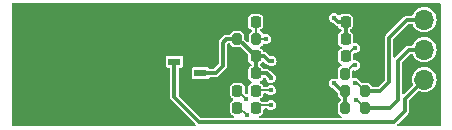
<source format=gbl>
G04 EasyEDA Pro v1.9.28, 2023-01-14 19:19:00*
G04 Gerber Generator version 0.3*%TF.GenerationSoftware,KiCad,Pcbnew,7.0.5*%
%TF.CreationDate,2023-11-23T16:42:44+08:00*%
%TF.ProjectId,0.87OLED_DevBoard,302e3837-4f4c-4454-945f-446576426f61,rev?*%
%TF.SameCoordinates,Original*%
%TF.FileFunction,Copper,L2,Bot*%
%TF.FilePolarity,Positive*%
%FSLAX46Y46*%
G04 Gerber Fmt 4.6, Leading zero omitted, Abs format (unit mm)*
G04 Created by KiCad (PCBNEW 7.0.5) date 2023-11-23 16:42:44*
%MOMM*%
%LPD*%
G01*
G04 APERTURE LIST*
G04 Aperture macros list*
%AMRoundRect*
0 Rectangle with rounded corners*
0 $1 Rounding radius*
0 $2 $3 $4 $5 $6 $7 $8 $9 X,Y pos of 4 corners*
0 Add a 4 corners polygon primitive as box body*
4,1,4,$2,$3,$4,$5,$6,$7,$8,$9,$2,$3,0*
0 Add four circle primitives for the rounded corners*
1,1,$1+$1,$2,$3*
1,1,$1+$1,$4,$5*
1,1,$1+$1,$6,$7*
1,1,$1+$1,$8,$9*
0 Add four rect primitives between the rounded corners*
20,1,$1+$1,$2,$3,$4,$5,0*
20,1,$1+$1,$4,$5,$6,$7,0*
20,1,$1+$1,$6,$7,$8,$9,0*
20,1,$1+$1,$8,$9,$2,$3,0*%
G04 Aperture macros list end*
%TA.AperFunction,SMDPad,CuDef*%
%ADD10RoundRect,0.200000X-0.200000X-0.275000X0.200000X-0.275000X0.200000X0.275000X-0.200000X0.275000X0*%
%TD*%
%TA.AperFunction,SMDPad,CuDef*%
%ADD11RoundRect,0.200000X0.200000X0.275000X-0.200000X0.275000X-0.200000X-0.275000X0.200000X-0.275000X0*%
%TD*%
%TA.AperFunction,ComponentPad*%
%ADD12R,1.700000X1.700000*%
%TD*%
%TA.AperFunction,ComponentPad*%
%ADD13O,1.700000X1.700000*%
%TD*%
%TA.AperFunction,SMDPad,CuDef*%
%ADD14R,1.100000X0.600000*%
%TD*%
%TA.AperFunction,SMDPad,CuDef*%
%ADD15RoundRect,0.225000X0.225000X0.250000X-0.225000X0.250000X-0.225000X-0.250000X0.225000X-0.250000X0*%
%TD*%
%TA.AperFunction,SMDPad,CuDef*%
%ADD16RoundRect,0.225000X-0.225000X-0.250000X0.225000X-0.250000X0.225000X0.250000X-0.225000X0.250000X0*%
%TD*%
%TA.AperFunction,ViaPad*%
%ADD17C,0.450000*%
%TD*%
%TA.AperFunction,Conductor*%
%ADD18C,0.300000*%
%TD*%
%TA.AperFunction,Conductor*%
%ADD19C,0.150000*%
%TD*%
G04 APERTURE END LIST*
D10*
%TO.P,R4,1*%
%TO.N,/VCC_OLED*%
X93370000Y-61480000D03*
%TO.P,R4,2*%
%TO.N,/OLED_SDA*%
X95020000Y-61480000D03*
%TD*%
%TO.P,R3,1*%
%TO.N,/VCC_OLED*%
X93370000Y-62940000D03*
%TO.P,R3,2*%
%TO.N,/OLED_SCL*%
X95020000Y-62940000D03*
%TD*%
D11*
%TO.P,R2,1*%
%TO.N,GND*%
X95020000Y-60020000D03*
%TO.P,R2,2*%
%TO.N,Net-(U1-IREF)*%
X93370000Y-60020000D03*
%TD*%
D10*
%TO.P,R1,1*%
%TO.N,/VCC_OLED*%
X84205000Y-57090000D03*
%TO.P,R1,2*%
%TO.N,Net-(U1-RES#)*%
X85855000Y-57090000D03*
%TD*%
D12*
%TO.P,J1,1,Pin_1*%
%TO.N,GND*%
X100070000Y-63078000D03*
D13*
%TO.P,J1,2,Pin_2*%
%TO.N,/VCC_IN*%
X100070000Y-60538000D03*
%TO.P,J1,3,Pin_3*%
%TO.N,/OLED_SCL*%
X100070000Y-57998000D03*
%TO.P,J1,4,Pin_4*%
%TO.N,/OLED_SDA*%
X100070000Y-55458000D03*
%TD*%
D14*
%TO.P,IC1,1,VSS*%
%TO.N,GND*%
X81120000Y-58060000D03*
%TO.P,IC1,2,VOUT*%
%TO.N,/VCC_OLED*%
X81120000Y-59960000D03*
%TO.P,IC1,3,VIN*%
%TO.N,/VCC_IN*%
X78920000Y-59010000D03*
%TD*%
D15*
%TO.P,C8,1*%
%TO.N,GND*%
X94970000Y-57100000D03*
%TO.P,C8,2*%
%TO.N,Net-(U1-VCC)*%
X93420000Y-57100000D03*
%TD*%
%TO.P,C7,1*%
%TO.N,GND*%
X94970000Y-55640000D03*
%TO.P,C7,2*%
%TO.N,Net-(U1-VCC)*%
X93420000Y-55640000D03*
%TD*%
%TO.P,C6,1*%
%TO.N,GND*%
X94970000Y-58560000D03*
%TO.P,C6,2*%
%TO.N,Net-(U1-VCOMH)*%
X93420000Y-58560000D03*
%TD*%
D16*
%TO.P,C5,1*%
%TO.N,GND*%
X84255000Y-55630000D03*
%TO.P,C5,2*%
%TO.N,Net-(U1-RES#)*%
X85805000Y-55630000D03*
%TD*%
%TO.P,C4,1*%
%TO.N,GND*%
X84255000Y-60010000D03*
%TO.P,C4,2*%
%TO.N,/VCC_OLED*%
X85805000Y-60010000D03*
%TD*%
%TO.P,C3,1*%
%TO.N,GND*%
X84255000Y-58550000D03*
%TO.P,C3,2*%
%TO.N,/VCC_OLED*%
X85805000Y-58550000D03*
%TD*%
D15*
%TO.P,C2,1*%
%TO.N,Net-(U1-c1n)*%
X85805000Y-61470000D03*
%TO.P,C2,2*%
%TO.N,Net-(U1-c1p)*%
X84255000Y-61470000D03*
%TD*%
%TO.P,C1,1*%
%TO.N,Net-(U1-c2n)*%
X85805000Y-62930000D03*
%TO.P,C1,2*%
%TO.N,Net-(U1-c2p)*%
X84255000Y-62930000D03*
%TD*%
D17*
%TO.N,/VCC_OLED*%
X92450000Y-60860000D03*
%TO.N,/OLED_SCL*%
X94270000Y-62270000D03*
%TO.N,/OLED_SDA*%
X94200000Y-60800000D03*
%TO.N,Net-(U1-IREF)*%
X94210000Y-59330000D03*
%TO.N,Net-(U1-VCOMH)*%
X94200000Y-57870000D03*
%TO.N,Net-(U1-VCC)*%
X92460000Y-55310000D03*
%TO.N,/VCC_OLED*%
X87150000Y-58970000D03*
X87090000Y-60370000D03*
%TO.N,Net-(U1-c2p)*%
X85030000Y-63550000D03*
%TO.N,Net-(U1-c2n)*%
X87090000Y-62700000D03*
%TO.N,Net-(U1-c1p)*%
X85010000Y-62180000D03*
%TO.N,Net-(U1-c1n)*%
X87070000Y-61430000D03*
%TO.N,Net-(U1-RES#)*%
X86650000Y-57090000D03*
%TD*%
D18*
%TO.N,/VCC_OLED*%
X83010000Y-57400000D02*
X83320000Y-57090000D01*
X83010000Y-59360000D02*
X83010000Y-57400000D01*
X82410000Y-59960000D02*
X83010000Y-59360000D01*
X83320000Y-57090000D02*
X84205000Y-57090000D01*
X81120000Y-59960000D02*
X82410000Y-59960000D01*
%TO.N,/VCC_IN*%
X78920000Y-62010000D02*
X78920000Y-59010000D01*
X81035000Y-64125000D02*
X78920000Y-62010000D01*
X96595000Y-64125000D02*
X81035000Y-64125000D01*
X96640000Y-64080000D02*
X96595000Y-64125000D01*
X97530000Y-64080000D02*
X96640000Y-64080000D01*
X98440000Y-63170000D02*
X97530000Y-64080000D01*
X98440000Y-62168000D02*
X98440000Y-63170000D01*
X100070000Y-60538000D02*
X98440000Y-62168000D01*
%TO.N,/OLED_SDA*%
X98622000Y-55458000D02*
X100070000Y-55458000D01*
X97090000Y-56990000D02*
X98622000Y-55458000D01*
X97090000Y-60740000D02*
X97090000Y-56990000D01*
X95020000Y-61480000D02*
X96350000Y-61480000D01*
X96350000Y-61480000D02*
X97090000Y-60740000D01*
%TO.N,/OLED_SCL*%
X98762000Y-57998000D02*
X100070000Y-57998000D01*
X97830000Y-58930000D02*
X98762000Y-57998000D01*
X97830000Y-62300000D02*
X97830000Y-58930000D01*
X97190000Y-62940000D02*
X97830000Y-62300000D01*
X95020000Y-62940000D02*
X97190000Y-62940000D01*
%TO.N,/VCC_OLED*%
X93070000Y-61480000D02*
X92450000Y-60860000D01*
X93370000Y-61480000D02*
X93070000Y-61480000D01*
X93370000Y-61480000D02*
X93370000Y-62940000D01*
D19*
%TO.N,/OLED_SCL*%
X94350000Y-62270000D02*
X95020000Y-62940000D01*
X94270000Y-62270000D02*
X94350000Y-62270000D01*
%TO.N,/OLED_SDA*%
X94200000Y-60800000D02*
X94340000Y-60800000D01*
X94340000Y-60800000D02*
X95020000Y-61480000D01*
%TO.N,Net-(U1-IREF)*%
X94210000Y-59330000D02*
X94060000Y-59330000D01*
X94060000Y-59330000D02*
X93370000Y-60020000D01*
%TO.N,Net-(U1-VCOMH)*%
X94110000Y-57870000D02*
X93420000Y-58560000D01*
X94200000Y-57870000D02*
X94110000Y-57870000D01*
D18*
%TO.N,Net-(U1-VCC)*%
X92790000Y-55640000D02*
X92460000Y-55310000D01*
X93420000Y-55640000D02*
X92790000Y-55640000D01*
X93420000Y-55640000D02*
X93420000Y-57100000D01*
%TO.N,/VCC_OLED*%
X87090000Y-60370000D02*
X86730000Y-60010000D01*
X86730000Y-60010000D02*
X85805000Y-60010000D01*
X86930000Y-58970000D02*
X86510000Y-58550000D01*
X86510000Y-58550000D02*
X85805000Y-58550000D01*
X87150000Y-58970000D02*
X86930000Y-58970000D01*
X84345000Y-57090000D02*
X85805000Y-58550000D01*
X84205000Y-57090000D02*
X84345000Y-57090000D01*
X85805000Y-58550000D02*
X85805000Y-60010000D01*
D19*
%TO.N,Net-(U1-RES#)*%
X85805000Y-57040000D02*
X85855000Y-57090000D01*
X85805000Y-55630000D02*
X85805000Y-57040000D01*
%TO.N,Net-(U1-c2p)*%
X84410000Y-62930000D02*
X85030000Y-63550000D01*
X84255000Y-62930000D02*
X84410000Y-62930000D01*
%TO.N,Net-(U1-c2n)*%
X87090000Y-62700000D02*
X86035000Y-62700000D01*
X86035000Y-62700000D02*
X85805000Y-62930000D01*
%TO.N,Net-(U1-c1p)*%
X84300000Y-61470000D02*
X85010000Y-62180000D01*
X84255000Y-61470000D02*
X84300000Y-61470000D01*
%TO.N,Net-(U1-c1n)*%
X85845000Y-61430000D02*
X85805000Y-61470000D01*
X87070000Y-61430000D02*
X85845000Y-61430000D01*
%TO.N,Net-(U1-RES#)*%
X86650000Y-57090000D02*
X85855000Y-57090000D01*
%TD*%
%TA.AperFunction,Conductor*%
%TO.N,GND*%
G36*
X101428691Y-54099407D02*
G01*
X101464655Y-54148907D01*
X101469500Y-54179500D01*
X101469500Y-64360500D01*
X101450593Y-64418691D01*
X101401093Y-64454655D01*
X101370500Y-64459500D01*
X97885189Y-64459500D01*
X97826998Y-64440593D01*
X97791034Y-64391093D01*
X97791034Y-64329907D01*
X97815185Y-64290496D01*
X98654884Y-63450796D01*
X98670734Y-63437926D01*
X98680669Y-63431437D01*
X98701338Y-63404879D01*
X98705388Y-63400292D01*
X98708375Y-63397307D01*
X98720487Y-63380340D01*
X98721630Y-63378807D01*
X98752517Y-63339126D01*
X98752517Y-63339123D01*
X98756008Y-63332673D01*
X98759237Y-63326069D01*
X98759237Y-63326068D01*
X98759239Y-63326066D01*
X98772782Y-63280573D01*
X98773566Y-63277941D01*
X98774191Y-63275991D01*
X98777399Y-63266644D01*
X98790500Y-63228488D01*
X98790500Y-63228485D01*
X98791706Y-63221259D01*
X98792615Y-63213959D01*
X98792617Y-63213954D01*
X98790541Y-63163767D01*
X98790500Y-63161756D01*
X98790500Y-62354189D01*
X98809407Y-62295998D01*
X98819496Y-62284185D01*
X99182209Y-61921472D01*
X99566087Y-61537593D01*
X99620602Y-61509818D01*
X99664827Y-61512862D01*
X99666045Y-61513231D01*
X99666046Y-61513232D01*
X99746361Y-61537595D01*
X99864065Y-61573300D01*
X99864070Y-61573301D01*
X100069997Y-61593583D01*
X100070000Y-61593583D01*
X100070003Y-61593583D01*
X100275929Y-61573301D01*
X100275934Y-61573300D01*
X100275933Y-61573299D01*
X100473954Y-61513232D01*
X100656450Y-61415685D01*
X100816410Y-61284410D01*
X100947685Y-61124450D01*
X101045232Y-60941954D01*
X101105300Y-60743934D01*
X101105301Y-60743929D01*
X101125583Y-60538003D01*
X101125583Y-60537996D01*
X101105301Y-60332070D01*
X101105300Y-60332065D01*
X101080163Y-60249199D01*
X101045232Y-60134046D01*
X100947685Y-59951550D01*
X100816410Y-59791590D01*
X100811866Y-59787861D01*
X100656452Y-59660316D01*
X100473954Y-59562768D01*
X100275934Y-59502699D01*
X100275929Y-59502698D01*
X100070003Y-59482417D01*
X100069997Y-59482417D01*
X99864070Y-59502698D01*
X99864065Y-59502699D01*
X99666045Y-59562768D01*
X99483547Y-59660316D01*
X99323595Y-59791585D01*
X99323585Y-59791595D01*
X99192316Y-59951547D01*
X99094768Y-60134045D01*
X99034699Y-60332065D01*
X99034698Y-60332070D01*
X99014417Y-60537996D01*
X99014417Y-60538003D01*
X99034698Y-60743929D01*
X99034699Y-60743934D01*
X99095137Y-60943170D01*
X99093936Y-61004344D01*
X99070404Y-61041912D01*
X98349504Y-61762813D01*
X98294987Y-61790590D01*
X98234555Y-61781019D01*
X98191290Y-61737754D01*
X98180500Y-61692809D01*
X98180500Y-59116189D01*
X98199407Y-59057998D01*
X98209490Y-59046191D01*
X98878186Y-58377495D01*
X98932703Y-58349719D01*
X98948190Y-58348500D01*
X99006858Y-58348500D01*
X99065049Y-58367407D01*
X99094168Y-58400831D01*
X99192316Y-58584452D01*
X99289354Y-58702693D01*
X99323590Y-58744410D01*
X99323595Y-58744414D01*
X99483547Y-58875683D01*
X99483548Y-58875683D01*
X99483550Y-58875685D01*
X99666046Y-58973232D01*
X99803997Y-59015078D01*
X99864065Y-59033300D01*
X99864070Y-59033301D01*
X100069997Y-59053583D01*
X100070000Y-59053583D01*
X100070003Y-59053583D01*
X100275929Y-59033301D01*
X100275934Y-59033300D01*
X100275933Y-59033299D01*
X100473954Y-58973232D01*
X100656450Y-58875685D01*
X100816410Y-58744410D01*
X100947685Y-58584450D01*
X101045232Y-58401954D01*
X101105300Y-58203934D01*
X101105301Y-58203929D01*
X101125583Y-57998003D01*
X101125583Y-57997996D01*
X101105301Y-57792070D01*
X101105300Y-57792065D01*
X101080042Y-57708802D01*
X101045232Y-57594046D01*
X100947685Y-57411550D01*
X100924655Y-57383488D01*
X100816414Y-57251595D01*
X100816410Y-57251590D01*
X100799050Y-57237343D01*
X100656452Y-57120316D01*
X100473954Y-57022768D01*
X100275934Y-56962699D01*
X100275929Y-56962698D01*
X100070003Y-56942417D01*
X100069997Y-56942417D01*
X99864070Y-56962698D01*
X99864065Y-56962699D01*
X99666045Y-57022768D01*
X99483547Y-57120316D01*
X99323595Y-57251585D01*
X99323585Y-57251595D01*
X99192316Y-57411547D01*
X99094168Y-57595169D01*
X99050062Y-57637575D01*
X99006858Y-57647500D01*
X98808619Y-57647500D01*
X98788304Y-57645393D01*
X98776686Y-57642957D01*
X98776685Y-57642957D01*
X98743287Y-57647120D01*
X98737163Y-57647500D01*
X98732960Y-57647500D01*
X98712464Y-57650919D01*
X98710444Y-57651213D01*
X98660606Y-57657426D01*
X98653581Y-57659517D01*
X98646616Y-57661908D01*
X98602462Y-57685804D01*
X98600643Y-57686740D01*
X98555519Y-57708799D01*
X98549542Y-57713066D01*
X98543744Y-57717580D01*
X98509739Y-57754517D01*
X98508323Y-57755992D01*
X97615118Y-58649198D01*
X97599267Y-58662070D01*
X97593652Y-58665739D01*
X97534597Y-58681742D01*
X97477414Y-58659976D01*
X97443945Y-58608756D01*
X97440499Y-58582863D01*
X97440499Y-57176190D01*
X97459406Y-57117999D01*
X97469495Y-57106186D01*
X98738186Y-55837496D01*
X98792703Y-55809719D01*
X98808190Y-55808500D01*
X99006858Y-55808500D01*
X99065049Y-55827407D01*
X99094168Y-55860831D01*
X99094767Y-55861952D01*
X99094768Y-55861954D01*
X99154757Y-55974185D01*
X99192316Y-56044452D01*
X99273371Y-56143218D01*
X99323590Y-56204410D01*
X99323595Y-56204414D01*
X99483547Y-56335683D01*
X99483548Y-56335683D01*
X99483550Y-56335685D01*
X99666046Y-56433232D01*
X99783448Y-56468845D01*
X99864065Y-56493300D01*
X99864070Y-56493301D01*
X100069997Y-56513583D01*
X100070000Y-56513583D01*
X100070003Y-56513583D01*
X100275929Y-56493301D01*
X100275934Y-56493300D01*
X100296867Y-56486950D01*
X100473954Y-56433232D01*
X100656450Y-56335685D01*
X100816410Y-56204410D01*
X100947685Y-56044450D01*
X101045232Y-55861954D01*
X101105300Y-55663934D01*
X101105301Y-55663929D01*
X101125583Y-55458003D01*
X101125583Y-55457996D01*
X101105301Y-55252070D01*
X101105300Y-55252065D01*
X101080042Y-55168802D01*
X101045232Y-55054046D01*
X100947685Y-54871550D01*
X100816410Y-54711590D01*
X100816404Y-54711585D01*
X100656452Y-54580316D01*
X100473954Y-54482768D01*
X100275934Y-54422699D01*
X100275929Y-54422698D01*
X100070003Y-54402417D01*
X100069997Y-54402417D01*
X99864070Y-54422698D01*
X99864065Y-54422699D01*
X99666045Y-54482768D01*
X99483547Y-54580316D01*
X99323595Y-54711585D01*
X99323585Y-54711595D01*
X99192316Y-54871547D01*
X99134195Y-54980283D01*
X99099204Y-55045748D01*
X99094168Y-55055169D01*
X99050062Y-55097575D01*
X99006858Y-55107500D01*
X98668613Y-55107500D01*
X98648298Y-55105393D01*
X98636685Y-55102958D01*
X98603294Y-55107120D01*
X98597169Y-55107500D01*
X98592959Y-55107500D01*
X98572473Y-55110918D01*
X98570450Y-55111213D01*
X98520608Y-55117426D01*
X98513575Y-55119519D01*
X98506616Y-55121908D01*
X98462462Y-55145804D01*
X98460643Y-55146740D01*
X98415519Y-55168799D01*
X98409542Y-55173066D01*
X98403744Y-55177580D01*
X98369739Y-55214517D01*
X98368323Y-55215992D01*
X96875118Y-56709198D01*
X96859265Y-56722071D01*
X96849335Y-56728559D01*
X96849332Y-56728561D01*
X96828664Y-56755114D01*
X96824605Y-56759712D01*
X96821619Y-56762698D01*
X96809539Y-56779618D01*
X96808318Y-56781256D01*
X96777482Y-56820874D01*
X96773981Y-56827343D01*
X96770759Y-56833935D01*
X96756426Y-56882076D01*
X96755802Y-56884023D01*
X96739500Y-56931510D01*
X96738293Y-56938743D01*
X96737383Y-56946046D01*
X96739458Y-56996233D01*
X96739500Y-56998243D01*
X96739500Y-60553809D01*
X96720593Y-60612000D01*
X96710504Y-60623812D01*
X96233814Y-61100503D01*
X96179297Y-61128281D01*
X96163810Y-61129500D01*
X95691690Y-61129500D01*
X95633499Y-61110593D01*
X95603481Y-61075446D01*
X95564629Y-60999196D01*
X95548050Y-60966658D01*
X95458342Y-60876950D01*
X95345304Y-60819354D01*
X95345305Y-60819354D01*
X95251522Y-60804500D01*
X94788480Y-60804500D01*
X94784603Y-60804806D01*
X94784458Y-60802973D01*
X94730841Y-60794420D01*
X94705881Y-60776265D01*
X94632891Y-60703275D01*
X94614463Y-60673201D01*
X94613256Y-60673817D01*
X94609719Y-60666875D01*
X94609719Y-60666874D01*
X94548528Y-60546780D01*
X94453220Y-60451472D01*
X94453217Y-60451470D01*
X94333129Y-60390282D01*
X94333127Y-60390281D01*
X94200000Y-60369196D01*
X94199999Y-60369196D01*
X94084986Y-60387412D01*
X94024554Y-60377841D01*
X93981289Y-60334576D01*
X93970499Y-60289634D01*
X93970499Y-59850122D01*
X93989406Y-59791932D01*
X93999489Y-59780125D01*
X94009285Y-59770329D01*
X94063800Y-59742554D01*
X94094774Y-59742554D01*
X94210000Y-59760804D01*
X94343126Y-59739719D01*
X94463220Y-59678528D01*
X94558528Y-59583220D01*
X94619719Y-59463126D01*
X94640804Y-59330000D01*
X94619719Y-59196874D01*
X94614209Y-59186061D01*
X94558529Y-59076782D01*
X94558528Y-59076780D01*
X94463220Y-58981472D01*
X94463217Y-58981470D01*
X94343129Y-58920282D01*
X94343127Y-58920281D01*
X94210000Y-58899196D01*
X94209997Y-58899196D01*
X94184985Y-58903157D01*
X94124553Y-58893585D01*
X94081290Y-58850319D01*
X94070500Y-58805376D01*
X94070500Y-58396207D01*
X94089407Y-58338016D01*
X94138907Y-58302052D01*
X94184987Y-58298426D01*
X94200000Y-58300804D01*
X94333126Y-58279719D01*
X94453220Y-58218528D01*
X94548528Y-58123220D01*
X94609719Y-58003126D01*
X94630804Y-57870000D01*
X94609719Y-57736874D01*
X94548528Y-57616780D01*
X94453220Y-57521472D01*
X94453217Y-57521470D01*
X94333129Y-57460282D01*
X94333127Y-57460281D01*
X94200000Y-57439196D01*
X94184984Y-57441574D01*
X94124552Y-57432000D01*
X94081289Y-57388734D01*
X94070500Y-57343792D01*
X94070500Y-56816510D01*
X94066703Y-56792541D01*
X94054719Y-56716874D01*
X94054716Y-56716869D01*
X94054716Y-56716867D01*
X93993529Y-56596782D01*
X93993528Y-56596780D01*
X93898220Y-56501472D01*
X93834186Y-56468845D01*
X93824554Y-56463937D01*
X93781290Y-56420672D01*
X93770500Y-56375728D01*
X93770500Y-56364271D01*
X93789407Y-56306080D01*
X93824551Y-56276064D01*
X93898220Y-56238528D01*
X93993528Y-56143220D01*
X94054719Y-56023126D01*
X94070500Y-55923488D01*
X94070500Y-55356512D01*
X94054719Y-55256874D01*
X94054716Y-55256869D01*
X94054716Y-55256867D01*
X93993529Y-55136782D01*
X93993528Y-55136780D01*
X93898220Y-55041472D01*
X93898217Y-55041470D01*
X93778132Y-54980283D01*
X93778127Y-54980281D01*
X93778126Y-54980281D01*
X93744913Y-54975020D01*
X93678490Y-54964500D01*
X93678488Y-54964500D01*
X93161512Y-54964500D01*
X93161510Y-54964500D01*
X93061874Y-54980281D01*
X93061867Y-54980283D01*
X92941782Y-55041470D01*
X92941774Y-55041476D01*
X92937495Y-55045755D01*
X92882976Y-55073527D01*
X92822545Y-55063949D01*
X92797498Y-55045750D01*
X92713220Y-54961472D01*
X92713217Y-54961470D01*
X92593129Y-54900282D01*
X92593127Y-54900281D01*
X92460000Y-54879196D01*
X92326872Y-54900281D01*
X92326870Y-54900282D01*
X92206782Y-54961470D01*
X92111470Y-55056782D01*
X92050282Y-55176870D01*
X92050281Y-55176872D01*
X92029196Y-55309999D01*
X92029196Y-55310000D01*
X92050281Y-55443127D01*
X92050282Y-55443129D01*
X92057861Y-55458003D01*
X92111472Y-55563220D01*
X92206780Y-55658528D01*
X92206782Y-55658529D01*
X92326867Y-55719716D01*
X92326870Y-55719717D01*
X92326874Y-55719719D01*
X92351140Y-55723562D01*
X92405654Y-55751336D01*
X92509199Y-55854881D01*
X92522074Y-55870737D01*
X92528563Y-55880669D01*
X92555110Y-55901332D01*
X92559708Y-55905392D01*
X92562688Y-55908371D01*
X92562691Y-55908373D01*
X92562693Y-55908375D01*
X92579619Y-55920460D01*
X92581241Y-55921669D01*
X92589949Y-55928447D01*
X92620873Y-55952517D01*
X92627323Y-55956007D01*
X92633930Y-55959237D01*
X92633933Y-55959239D01*
X92633935Y-55959239D01*
X92633936Y-55959240D01*
X92682039Y-55973561D01*
X92683987Y-55974185D01*
X92738649Y-55992950D01*
X92787548Y-56029727D01*
X92794714Y-56041640D01*
X92846472Y-56143220D01*
X92941780Y-56238528D01*
X93015447Y-56276063D01*
X93058710Y-56319326D01*
X93069500Y-56364271D01*
X93069500Y-56375728D01*
X93050593Y-56433919D01*
X93015446Y-56463937D01*
X92941781Y-56501471D01*
X92846470Y-56596782D01*
X92785283Y-56716867D01*
X92785281Y-56716874D01*
X92769500Y-56816510D01*
X92769500Y-57383489D01*
X92777183Y-57432000D01*
X92782105Y-57463076D01*
X92785281Y-57483125D01*
X92785283Y-57483132D01*
X92846470Y-57603217D01*
X92846472Y-57603220D01*
X92941780Y-57698528D01*
X92972244Y-57714050D01*
X93026688Y-57741791D01*
X93069952Y-57785055D01*
X93079523Y-57845488D01*
X93051745Y-57900004D01*
X93026688Y-57918209D01*
X92941781Y-57961471D01*
X92846470Y-58056782D01*
X92785283Y-58176867D01*
X92785281Y-58176874D01*
X92769500Y-58276510D01*
X92769500Y-58843489D01*
X92785281Y-58943125D01*
X92785283Y-58943132D01*
X92843811Y-59057998D01*
X92846472Y-59063220D01*
X92941780Y-59158528D01*
X92971773Y-59173810D01*
X93017189Y-59196951D01*
X93060453Y-59240215D01*
X93070024Y-59300648D01*
X93042246Y-59355164D01*
X93017189Y-59373369D01*
X92931659Y-59416949D01*
X92841949Y-59506659D01*
X92784354Y-59619695D01*
X92769500Y-59713477D01*
X92769500Y-60326517D01*
X92776789Y-60372541D01*
X92767215Y-60432973D01*
X92723949Y-60476236D01*
X92663517Y-60485806D01*
X92634062Y-60476234D01*
X92583126Y-60450281D01*
X92583127Y-60450281D01*
X92450000Y-60429196D01*
X92316872Y-60450281D01*
X92316870Y-60450282D01*
X92196782Y-60511470D01*
X92101470Y-60606782D01*
X92040282Y-60726870D01*
X92040281Y-60726872D01*
X92019196Y-60859999D01*
X92019196Y-60860000D01*
X92040281Y-60993127D01*
X92040282Y-60993129D01*
X92091240Y-61093139D01*
X92101472Y-61113220D01*
X92196780Y-61208528D01*
X92196782Y-61208529D01*
X92316867Y-61269716D01*
X92316870Y-61269717D01*
X92316874Y-61269719D01*
X92341140Y-61273562D01*
X92395654Y-61301336D01*
X92740504Y-61646186D01*
X92768281Y-61700703D01*
X92769500Y-61716189D01*
X92769500Y-61786520D01*
X92769501Y-61786523D01*
X92784352Y-61880299D01*
X92784354Y-61880304D01*
X92841950Y-61993342D01*
X92931658Y-62083050D01*
X92965445Y-62100265D01*
X93008708Y-62143526D01*
X93019500Y-62188474D01*
X93019500Y-62231525D01*
X93000593Y-62289716D01*
X92965446Y-62319734D01*
X92931659Y-62336949D01*
X92841949Y-62426659D01*
X92784354Y-62539695D01*
X92769500Y-62633477D01*
X92769500Y-63246520D01*
X92769501Y-63246523D01*
X92784352Y-63340299D01*
X92784354Y-63340304D01*
X92841950Y-63453342D01*
X92931658Y-63543050D01*
X92991290Y-63573434D01*
X93018485Y-63587291D01*
X93061749Y-63630556D01*
X93071320Y-63690988D01*
X93043542Y-63745504D01*
X92989025Y-63773281D01*
X92973539Y-63774500D01*
X86212838Y-63774500D01*
X86154647Y-63755593D01*
X86118683Y-63706093D01*
X86118683Y-63644907D01*
X86154647Y-63595407D01*
X86167892Y-63587291D01*
X86200417Y-63570717D01*
X86283220Y-63528528D01*
X86378528Y-63433220D01*
X86439719Y-63313126D01*
X86455500Y-63213488D01*
X86455500Y-63074499D01*
X86474407Y-63016309D01*
X86523907Y-62980345D01*
X86554500Y-62975500D01*
X86722744Y-62975500D01*
X86780935Y-62994407D01*
X86792747Y-63004496D01*
X86824136Y-63035884D01*
X86836780Y-63048528D01*
X86956874Y-63109719D01*
X87090000Y-63130804D01*
X87223126Y-63109719D01*
X87343220Y-63048528D01*
X87438528Y-62953220D01*
X87499719Y-62833126D01*
X87520804Y-62700000D01*
X87499719Y-62566874D01*
X87489528Y-62546874D01*
X87438529Y-62446782D01*
X87438528Y-62446780D01*
X87343220Y-62351472D01*
X87343217Y-62351470D01*
X87223129Y-62290282D01*
X87223127Y-62290281D01*
X87090000Y-62269196D01*
X86956872Y-62290281D01*
X86956870Y-62290282D01*
X86836782Y-62351470D01*
X86836778Y-62351473D01*
X86792747Y-62395504D01*
X86738230Y-62423281D01*
X86722744Y-62424500D01*
X86417256Y-62424500D01*
X86359065Y-62405593D01*
X86347253Y-62395504D01*
X86283221Y-62331473D01*
X86283222Y-62331473D01*
X86281300Y-62330493D01*
X86198310Y-62288208D01*
X86155047Y-62244945D01*
X86145476Y-62184513D01*
X86173253Y-62129996D01*
X86198308Y-62111792D01*
X86283220Y-62068528D01*
X86378528Y-61973220D01*
X86439719Y-61853126D01*
X86448294Y-61798984D01*
X86449874Y-61789012D01*
X86477652Y-61734496D01*
X86532169Y-61706719D01*
X86547655Y-61705500D01*
X86702744Y-61705500D01*
X86760935Y-61724407D01*
X86772747Y-61734496D01*
X86798670Y-61760418D01*
X86816780Y-61778528D01*
X86816782Y-61778529D01*
X86935847Y-61839196D01*
X86936874Y-61839719D01*
X87070000Y-61860804D01*
X87203126Y-61839719D01*
X87323220Y-61778528D01*
X87418528Y-61683220D01*
X87479719Y-61563126D01*
X87500804Y-61430000D01*
X87479719Y-61296874D01*
X87464500Y-61267006D01*
X87418529Y-61176782D01*
X87418528Y-61176780D01*
X87323220Y-61081472D01*
X87323217Y-61081470D01*
X87203129Y-61020282D01*
X87203127Y-61020281D01*
X87070000Y-60999196D01*
X86936872Y-61020281D01*
X86936870Y-61020282D01*
X86816782Y-61081470D01*
X86816778Y-61081473D01*
X86772747Y-61125504D01*
X86718230Y-61153281D01*
X86702744Y-61154500D01*
X86533620Y-61154500D01*
X86475429Y-61135593D01*
X86444584Y-61093139D01*
X86443257Y-61093816D01*
X86378529Y-60966782D01*
X86378528Y-60966780D01*
X86283220Y-60871472D01*
X86198310Y-60828208D01*
X86155047Y-60784945D01*
X86145476Y-60724513D01*
X86173253Y-60669996D01*
X86198308Y-60651792D01*
X86283220Y-60608528D01*
X86378528Y-60513220D01*
X86419416Y-60432973D01*
X86428801Y-60414555D01*
X86472065Y-60371290D01*
X86517010Y-60360500D01*
X86543811Y-60360500D01*
X86602002Y-60379407D01*
X86613809Y-60389491D01*
X86648660Y-60424341D01*
X86676437Y-60478856D01*
X86680281Y-60503127D01*
X86680282Y-60503129D01*
X86733986Y-60608528D01*
X86741472Y-60623220D01*
X86836780Y-60718528D01*
X86956874Y-60779719D01*
X87064945Y-60796835D01*
X87089999Y-60800804D01*
X87089999Y-60800803D01*
X87090000Y-60800804D01*
X87223126Y-60779719D01*
X87343220Y-60718528D01*
X87438528Y-60623220D01*
X87499719Y-60503126D01*
X87520804Y-60370000D01*
X87499719Y-60236874D01*
X87438528Y-60116780D01*
X87343220Y-60021472D01*
X87343217Y-60021470D01*
X87223129Y-59960282D01*
X87223128Y-59960281D01*
X87198857Y-59956437D01*
X87144342Y-59928660D01*
X87010801Y-59795119D01*
X86997925Y-59779262D01*
X86991437Y-59769331D01*
X86964885Y-59748665D01*
X86960283Y-59744601D01*
X86957307Y-59741625D01*
X86940396Y-59729551D01*
X86938756Y-59728328D01*
X86899125Y-59697482D01*
X86892677Y-59693993D01*
X86886070Y-59690763D01*
X86886066Y-59690760D01*
X86844985Y-59678529D01*
X86837929Y-59676428D01*
X86835982Y-59675804D01*
X86788487Y-59659499D01*
X86781260Y-59658293D01*
X86773954Y-59657383D01*
X86773953Y-59657383D01*
X86771245Y-59657495D01*
X86723767Y-59659458D01*
X86721756Y-59659500D01*
X86517010Y-59659500D01*
X86458819Y-59640593D01*
X86428801Y-59605445D01*
X86378529Y-59506782D01*
X86378528Y-59506780D01*
X86283220Y-59411472D01*
X86237599Y-59388227D01*
X86209554Y-59373937D01*
X86166290Y-59330672D01*
X86155500Y-59285728D01*
X86155500Y-59274271D01*
X86174407Y-59216080D01*
X86209551Y-59186064D01*
X86283220Y-59148528D01*
X86378030Y-59053717D01*
X86432545Y-59025941D01*
X86492977Y-59035512D01*
X86518036Y-59053718D01*
X86649199Y-59184881D01*
X86662074Y-59200737D01*
X86668563Y-59210669D01*
X86695110Y-59231332D01*
X86699708Y-59235392D01*
X86702689Y-59238372D01*
X86702692Y-59238374D01*
X86702694Y-59238376D01*
X86710887Y-59244226D01*
X86719600Y-59250447D01*
X86721240Y-59251670D01*
X86747705Y-59272267D01*
X86760874Y-59282517D01*
X86760875Y-59282517D01*
X86760876Y-59282518D01*
X86767337Y-59286014D01*
X86773934Y-59289240D01*
X86822085Y-59303575D01*
X86823996Y-59304188D01*
X86844389Y-59311188D01*
X86871512Y-59320500D01*
X86871514Y-59320500D01*
X86878740Y-59321706D01*
X86893654Y-59323566D01*
X86926350Y-59333595D01*
X86946613Y-59343919D01*
X87016874Y-59379719D01*
X87131797Y-59397920D01*
X87149999Y-59400804D01*
X87149999Y-59400803D01*
X87150000Y-59400804D01*
X87283126Y-59379719D01*
X87403220Y-59318528D01*
X87498528Y-59223220D01*
X87559719Y-59103126D01*
X87580804Y-58970000D01*
X87559719Y-58836874D01*
X87498528Y-58716780D01*
X87403220Y-58621472D01*
X87403217Y-58621470D01*
X87283129Y-58560282D01*
X87283127Y-58560281D01*
X87150000Y-58539196D01*
X87149999Y-58539196D01*
X87065910Y-58552514D01*
X87005477Y-58542942D01*
X86980419Y-58524737D01*
X86790801Y-58335119D01*
X86777925Y-58319262D01*
X86771437Y-58309331D01*
X86744885Y-58288665D01*
X86740283Y-58284601D01*
X86737307Y-58281625D01*
X86720396Y-58269551D01*
X86718756Y-58268328D01*
X86679125Y-58237482D01*
X86672677Y-58233993D01*
X86666070Y-58230763D01*
X86666066Y-58230760D01*
X86624985Y-58218529D01*
X86617929Y-58216428D01*
X86615982Y-58215804D01*
X86568487Y-58199499D01*
X86561260Y-58198293D01*
X86553951Y-58197382D01*
X86520764Y-58198755D01*
X86461841Y-58182268D01*
X86428465Y-58144786D01*
X86383623Y-58056780D01*
X86378528Y-58046780D01*
X86283220Y-57951472D01*
X86281083Y-57950383D01*
X86207810Y-57913048D01*
X86164546Y-57869783D01*
X86154975Y-57809351D01*
X86182753Y-57754835D01*
X86207804Y-57736633D01*
X86293342Y-57693050D01*
X86383050Y-57603342D01*
X86409245Y-57551930D01*
X86452509Y-57508667D01*
X86512941Y-57499096D01*
X86516873Y-57499718D01*
X86516874Y-57499719D01*
X86650000Y-57520804D01*
X86783126Y-57499719D01*
X86903220Y-57438528D01*
X86998528Y-57343220D01*
X87059719Y-57223126D01*
X87080804Y-57090000D01*
X87059719Y-56956874D01*
X86998528Y-56836780D01*
X86903220Y-56741472D01*
X86903217Y-56741470D01*
X86783129Y-56680282D01*
X86783127Y-56680281D01*
X86650000Y-56659196D01*
X86512941Y-56680904D01*
X86452509Y-56671333D01*
X86409245Y-56628069D01*
X86383050Y-56576658D01*
X86293342Y-56486950D01*
X86207810Y-56443369D01*
X86164546Y-56400105D01*
X86154975Y-56339672D01*
X86182753Y-56285156D01*
X86207807Y-56266952D01*
X86283220Y-56228528D01*
X86378528Y-56133220D01*
X86439719Y-56013126D01*
X86455500Y-55913488D01*
X86455500Y-55346512D01*
X86439719Y-55246874D01*
X86439716Y-55246869D01*
X86439716Y-55246867D01*
X86378529Y-55126782D01*
X86378528Y-55126780D01*
X86283220Y-55031472D01*
X86283217Y-55031470D01*
X86163132Y-54970283D01*
X86163127Y-54970281D01*
X86163126Y-54970281D01*
X86107508Y-54961472D01*
X86063490Y-54954500D01*
X86063488Y-54954500D01*
X85546512Y-54954500D01*
X85546510Y-54954500D01*
X85446874Y-54970281D01*
X85446867Y-54970283D01*
X85326782Y-55031470D01*
X85231470Y-55126782D01*
X85170283Y-55246867D01*
X85170281Y-55246874D01*
X85154500Y-55346512D01*
X85154500Y-55913488D01*
X85167085Y-55992950D01*
X85170281Y-56013125D01*
X85170283Y-56013132D01*
X85186242Y-56044452D01*
X85231472Y-56133220D01*
X85326780Y-56228528D01*
X85446874Y-56289719D01*
X85446875Y-56289719D01*
X85452188Y-56292426D01*
X85495453Y-56335691D01*
X85505024Y-56396123D01*
X85477246Y-56450640D01*
X85452190Y-56468845D01*
X85416659Y-56486949D01*
X85326949Y-56576659D01*
X85269354Y-56689695D01*
X85254500Y-56783478D01*
X85254500Y-57264810D01*
X85235593Y-57323001D01*
X85186093Y-57358965D01*
X85124907Y-57358965D01*
X85085496Y-57334813D01*
X84834495Y-57083811D01*
X84806718Y-57029295D01*
X84805499Y-57013808D01*
X84805499Y-56783478D01*
X84805498Y-56783476D01*
X84790647Y-56689700D01*
X84790646Y-56689698D01*
X84790646Y-56689696D01*
X84733050Y-56576658D01*
X84643342Y-56486950D01*
X84530304Y-56429354D01*
X84530305Y-56429354D01*
X84436522Y-56414500D01*
X83973479Y-56414500D01*
X83973476Y-56414501D01*
X83879700Y-56429352D01*
X83879695Y-56429354D01*
X83766659Y-56486949D01*
X83676949Y-56576659D01*
X83621519Y-56685446D01*
X83578254Y-56728710D01*
X83533310Y-56739500D01*
X83366613Y-56739500D01*
X83346298Y-56737393D01*
X83334685Y-56734958D01*
X83301294Y-56739120D01*
X83295169Y-56739500D01*
X83290959Y-56739500D01*
X83270473Y-56742918D01*
X83268450Y-56743213D01*
X83218608Y-56749426D01*
X83211575Y-56751519D01*
X83204616Y-56753908D01*
X83160462Y-56777804D01*
X83158643Y-56778740D01*
X83113519Y-56800799D01*
X83107542Y-56805066D01*
X83101744Y-56809580D01*
X83067739Y-56846517D01*
X83066323Y-56847992D01*
X82795118Y-57119198D01*
X82779265Y-57132071D01*
X82769335Y-57138559D01*
X82769332Y-57138561D01*
X82748664Y-57165114D01*
X82744605Y-57169712D01*
X82741619Y-57172698D01*
X82729539Y-57189618D01*
X82728318Y-57191256D01*
X82697482Y-57230874D01*
X82693981Y-57237343D01*
X82690759Y-57243935D01*
X82676426Y-57292076D01*
X82675802Y-57294023D01*
X82659500Y-57341510D01*
X82658293Y-57348743D01*
X82657383Y-57356046D01*
X82659458Y-57406233D01*
X82659500Y-57408243D01*
X82659500Y-59173810D01*
X82640593Y-59232001D01*
X82630504Y-59243814D01*
X82293814Y-59580504D01*
X82239297Y-59608281D01*
X82223810Y-59609500D01*
X81930313Y-59609500D01*
X81872122Y-59590593D01*
X81847998Y-59565502D01*
X81814554Y-59515451D01*
X81814552Y-59515448D01*
X81801399Y-59506659D01*
X81748233Y-59471134D01*
X81748231Y-59471133D01*
X81748228Y-59471132D01*
X81748227Y-59471132D01*
X81689758Y-59459501D01*
X81689748Y-59459500D01*
X80550252Y-59459500D01*
X80550251Y-59459500D01*
X80550241Y-59459501D01*
X80491772Y-59471132D01*
X80491766Y-59471134D01*
X80425451Y-59515445D01*
X80425445Y-59515451D01*
X80381134Y-59581766D01*
X80381132Y-59581772D01*
X80369501Y-59640241D01*
X80369500Y-59640253D01*
X80369500Y-60279746D01*
X80369501Y-60279758D01*
X80381132Y-60338227D01*
X80381134Y-60338233D01*
X80417813Y-60393126D01*
X80425448Y-60404552D01*
X80491769Y-60448867D01*
X80536231Y-60457711D01*
X80550241Y-60460498D01*
X80550246Y-60460498D01*
X80550252Y-60460500D01*
X80550253Y-60460500D01*
X81689747Y-60460500D01*
X81689748Y-60460500D01*
X81748231Y-60448867D01*
X81814552Y-60404552D01*
X81847997Y-60354498D01*
X81896049Y-60316619D01*
X81930313Y-60310500D01*
X82363381Y-60310500D01*
X82383696Y-60312607D01*
X82385844Y-60313057D01*
X82395315Y-60315043D01*
X82428712Y-60310879D01*
X82434837Y-60310500D01*
X82439043Y-60310500D01*
X82450615Y-60308568D01*
X82459549Y-60307077D01*
X82461553Y-60306785D01*
X82511393Y-60300573D01*
X82511396Y-60300571D01*
X82518429Y-60298477D01*
X82525373Y-60296093D01*
X82525381Y-60296092D01*
X82569570Y-60272176D01*
X82571358Y-60271257D01*
X82616482Y-60249199D01*
X82616482Y-60249198D01*
X82616484Y-60249198D01*
X82616485Y-60249196D01*
X82622470Y-60244923D01*
X82628255Y-60240420D01*
X82628255Y-60240419D01*
X82628258Y-60240418D01*
X82662276Y-60203463D01*
X82663640Y-60202040D01*
X83224884Y-59640796D01*
X83240734Y-59627926D01*
X83250669Y-59621437D01*
X83271338Y-59594879D01*
X83275388Y-59590292D01*
X83278375Y-59587307D01*
X83290462Y-59570375D01*
X83291651Y-59568780D01*
X83322517Y-59529126D01*
X83322518Y-59529120D01*
X83326023Y-59522645D01*
X83329237Y-59516071D01*
X83329237Y-59516069D01*
X83329240Y-59516066D01*
X83343579Y-59467899D01*
X83344188Y-59466001D01*
X83345175Y-59463126D01*
X83360500Y-59418488D01*
X83360500Y-59418483D01*
X83361707Y-59411254D01*
X83362615Y-59403959D01*
X83362617Y-59403954D01*
X83360541Y-59353767D01*
X83360500Y-59351756D01*
X83360500Y-57586189D01*
X83379407Y-57527998D01*
X83389497Y-57516185D01*
X83436187Y-57469496D01*
X83490704Y-57441719D01*
X83506190Y-57440500D01*
X83533310Y-57440500D01*
X83591501Y-57459407D01*
X83621519Y-57494554D01*
X83635234Y-57521470D01*
X83676950Y-57603342D01*
X83766658Y-57693050D01*
X83879696Y-57750646D01*
X83973481Y-57765500D01*
X84436518Y-57765499D01*
X84462921Y-57761317D01*
X84523353Y-57770888D01*
X84548413Y-57789094D01*
X85125504Y-58366185D01*
X85153281Y-58420702D01*
X85154500Y-58436189D01*
X85154500Y-58833489D01*
X85170281Y-58933125D01*
X85170283Y-58933132D01*
X85222449Y-59035512D01*
X85231472Y-59053220D01*
X85326780Y-59148528D01*
X85400447Y-59186063D01*
X85443710Y-59229326D01*
X85454500Y-59274271D01*
X85454500Y-59285728D01*
X85435593Y-59343919D01*
X85400446Y-59373937D01*
X85326781Y-59411471D01*
X85231470Y-59506782D01*
X85170283Y-59626867D01*
X85170281Y-59626874D01*
X85154500Y-59726510D01*
X85154500Y-60293489D01*
X85159731Y-60326517D01*
X85169830Y-60390281D01*
X85170281Y-60393125D01*
X85170283Y-60393132D01*
X85226329Y-60503127D01*
X85231472Y-60513220D01*
X85326780Y-60608528D01*
X85355609Y-60623217D01*
X85411688Y-60651791D01*
X85454952Y-60695055D01*
X85464523Y-60755488D01*
X85436745Y-60810004D01*
X85411688Y-60828209D01*
X85326781Y-60871471D01*
X85231470Y-60966782D01*
X85170283Y-61086867D01*
X85170281Y-61086874D01*
X85154500Y-61186510D01*
X85154500Y-61656168D01*
X85135593Y-61714359D01*
X85086093Y-61750323D01*
X85040014Y-61753949D01*
X85010003Y-61749196D01*
X85009820Y-61749196D01*
X85009646Y-61749139D01*
X85002306Y-61747977D01*
X85002490Y-61746814D01*
X84951629Y-61730289D01*
X84939816Y-61720200D01*
X84934496Y-61714880D01*
X84906719Y-61660363D01*
X84905500Y-61644876D01*
X84905500Y-61186510D01*
X84895837Y-61125504D01*
X84889719Y-61086874D01*
X84889716Y-61086869D01*
X84889716Y-61086867D01*
X84828529Y-60966782D01*
X84828528Y-60966780D01*
X84733220Y-60871472D01*
X84733217Y-60871470D01*
X84613132Y-60810283D01*
X84613127Y-60810281D01*
X84613126Y-60810281D01*
X84566985Y-60802973D01*
X84513490Y-60794500D01*
X84513488Y-60794500D01*
X83996512Y-60794500D01*
X83996510Y-60794500D01*
X83896874Y-60810281D01*
X83896867Y-60810283D01*
X83776782Y-60871470D01*
X83681470Y-60966782D01*
X83620283Y-61086867D01*
X83620281Y-61086874D01*
X83604500Y-61186510D01*
X83604500Y-61753489D01*
X83605598Y-61760420D01*
X83618157Y-61839718D01*
X83620281Y-61853125D01*
X83620283Y-61853132D01*
X83681470Y-61973217D01*
X83681472Y-61973220D01*
X83776780Y-62068528D01*
X83839063Y-62100263D01*
X83861688Y-62111791D01*
X83904952Y-62155055D01*
X83914523Y-62215488D01*
X83886745Y-62270004D01*
X83861688Y-62288209D01*
X83776781Y-62331471D01*
X83681470Y-62426782D01*
X83620283Y-62546867D01*
X83620281Y-62546874D01*
X83604500Y-62646510D01*
X83604500Y-63213489D01*
X83605598Y-63220420D01*
X83616697Y-63290500D01*
X83620281Y-63313125D01*
X83620283Y-63313132D01*
X83681470Y-63433217D01*
X83681472Y-63433220D01*
X83776780Y-63528528D01*
X83841366Y-63561436D01*
X83892108Y-63587291D01*
X83935372Y-63630555D01*
X83944943Y-63690988D01*
X83917165Y-63745504D01*
X83862648Y-63773281D01*
X83847162Y-63774500D01*
X81221189Y-63774500D01*
X81162998Y-63755593D01*
X81151185Y-63745504D01*
X79299496Y-61893814D01*
X79271719Y-61839297D01*
X79270500Y-61823810D01*
X79270500Y-59609500D01*
X79289407Y-59551309D01*
X79338907Y-59515345D01*
X79369500Y-59510500D01*
X79489747Y-59510500D01*
X79489748Y-59510500D01*
X79548231Y-59498867D01*
X79614552Y-59454552D01*
X79658867Y-59388231D01*
X79670500Y-59329748D01*
X79670500Y-58690252D01*
X79658867Y-58631769D01*
X79614552Y-58565448D01*
X79606821Y-58560282D01*
X79548233Y-58521134D01*
X79548231Y-58521133D01*
X79548228Y-58521132D01*
X79548227Y-58521132D01*
X79489758Y-58509501D01*
X79489748Y-58509500D01*
X78350252Y-58509500D01*
X78350251Y-58509500D01*
X78350241Y-58509501D01*
X78291772Y-58521132D01*
X78291766Y-58521134D01*
X78225451Y-58565445D01*
X78225445Y-58565451D01*
X78181134Y-58631766D01*
X78181132Y-58631772D01*
X78169501Y-58690241D01*
X78169500Y-58690253D01*
X78169500Y-59329746D01*
X78169501Y-59329758D01*
X78181132Y-59388227D01*
X78181134Y-59388233D01*
X78201347Y-59418483D01*
X78225448Y-59454552D01*
X78291769Y-59498867D01*
X78336231Y-59507711D01*
X78350241Y-59510498D01*
X78350246Y-59510498D01*
X78350252Y-59510500D01*
X78470500Y-59510500D01*
X78528691Y-59529407D01*
X78564655Y-59578907D01*
X78569500Y-59609500D01*
X78569500Y-61963381D01*
X78567393Y-61983696D01*
X78564957Y-61995313D01*
X78569120Y-62028709D01*
X78569500Y-62034837D01*
X78569500Y-62039043D01*
X78572919Y-62059536D01*
X78573214Y-62061559D01*
X78579427Y-62111393D01*
X78581527Y-62118448D01*
X78583907Y-62125380D01*
X78607809Y-62169546D01*
X78608746Y-62171366D01*
X78630801Y-62216483D01*
X78635078Y-62222472D01*
X78639581Y-62228258D01*
X78676517Y-62262260D01*
X78677993Y-62263676D01*
X80704814Y-64290496D01*
X80732591Y-64345013D01*
X80723020Y-64405445D01*
X80679755Y-64448710D01*
X80634810Y-64459500D01*
X65239500Y-64459500D01*
X65181309Y-64440593D01*
X65145345Y-64391093D01*
X65140500Y-64360500D01*
X65140500Y-54179500D01*
X65159407Y-54121309D01*
X65208907Y-54085345D01*
X65239500Y-54080500D01*
X101370500Y-54080500D01*
X101428691Y-54099407D01*
G37*
%TD.AperFunction*%
%TD*%
M02*

</source>
